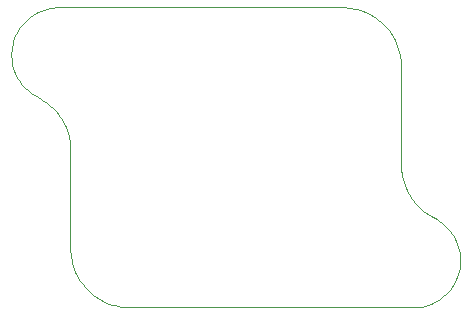
<source format=gko>
G04*
G04 #@! TF.GenerationSoftware,Altium Limited,Altium Designer,19.0.14 (431)*
G04*
G04 Layer_Color=16711935*
%FSLAX25Y25*%
%MOIN*%
G70*
G01*
G75*
%ADD39C,0.00079*%
D39*
X159134Y32931D02*
X160138Y32963D01*
X161138Y33059D01*
X162130Y33219D01*
X163110Y33441D01*
X164073Y33726D01*
X165016Y34071D01*
X165936Y34476D01*
X166828Y34938D01*
X167688Y35457D01*
X168514Y36029D01*
X169301Y36653D01*
X170047Y37326D01*
X170749Y38045D01*
X171404Y38807D01*
X172008Y39610D01*
X172560Y40449D01*
X173058Y41322D01*
X173498Y42224D01*
X173881Y43153D01*
X174203Y44105D01*
X174464Y45075D01*
X174663Y46060D01*
X174798Y47055D01*
X174870Y48057D01*
X174877Y49062D01*
X174821Y50065D01*
X174700Y51063D01*
X174517Y52050D01*
X174270Y53024D01*
X173963Y53980D01*
X173594Y54915D01*
X173167Y55825D01*
X172683Y56705D01*
X172144Y57552D01*
X171552Y58364D01*
X170909Y59136D01*
X170218Y59865D01*
X169482Y60549D01*
X168704Y61185D01*
X167887Y61770D01*
X167035Y62301D01*
X155197Y80507D02*
X155221Y79527D01*
X155294Y78550D01*
X155416Y77578D01*
X155586Y76613D01*
X155803Y75658D01*
X156068Y74715D01*
X156379Y73786D01*
X156737Y72874D01*
X157139Y71981D01*
X157585Y71109D01*
X158074Y70260D01*
X158605Y69436D01*
X159176Y68640D01*
X159785Y67873D01*
X160433Y67138D01*
X161116Y66436D01*
X161833Y65768D01*
X162582Y65137D01*
X163362Y64544D01*
X164171Y63991D01*
X165006Y63478D01*
X155197Y113246D02*
X155172Y114243D01*
X155096Y115237D01*
X154970Y116227D01*
X154794Y117208D01*
X154569Y118180D01*
X154294Y119139D01*
X153972Y120083D01*
X153602Y121009D01*
X153185Y121915D01*
X152723Y122799D01*
X152217Y123659D01*
X151669Y124491D01*
X151078Y125295D01*
X150448Y126068D01*
X149779Y126808D01*
X149074Y127513D01*
X148334Y128182D01*
X147561Y128812D01*
X146757Y129403D01*
X145924Y129952D01*
X145065Y130457D01*
X144181Y130919D01*
X143275Y131336D01*
X142349Y131706D01*
X141405Y132028D01*
X140446Y132302D01*
X139474Y132528D01*
X138493Y132704D01*
X137503Y132830D01*
X136509Y132906D01*
X135512Y132931D01*
X41024D02*
X40020Y132899D01*
X39020Y132803D01*
X38028Y132643D01*
X37048Y132421D01*
X36084Y132136D01*
X35141Y131791D01*
X34222Y131386D01*
X33330Y130923D01*
X32469Y130405D01*
X31644Y129833D01*
X30856Y129209D01*
X30110Y128536D01*
X29408Y127817D01*
X28754Y127055D01*
X28149Y126252D01*
X27597Y125413D01*
X27100Y124540D01*
X26659Y123637D01*
X26277Y122708D01*
X25954Y121757D01*
X25694Y120787D01*
X25495Y119802D01*
X25359Y118806D01*
X25288Y117804D01*
X25280Y116800D01*
X25337Y115797D01*
X25457Y114799D01*
X25641Y113812D01*
X25887Y112838D01*
X26195Y111881D01*
X26563Y110947D01*
X26990Y110037D01*
X27474Y109157D01*
X28014Y108309D01*
X28606Y107498D01*
X29249Y106726D01*
X29939Y105996D01*
X30675Y105312D01*
X31453Y104677D01*
X32270Y104092D01*
X33123Y103560D01*
X44961Y85355D02*
X44936Y86335D01*
X44863Y87311D01*
X44742Y88283D01*
X44572Y89248D01*
X44354Y90203D01*
X44089Y91147D01*
X43778Y92076D01*
X43421Y92988D01*
X43018Y93881D01*
X42572Y94753D01*
X42083Y95602D01*
X41553Y96426D01*
X40982Y97222D01*
X40372Y97988D01*
X39725Y98724D01*
X39042Y99426D01*
X38325Y100094D01*
X37575Y100725D01*
X36795Y101318D01*
X35987Y101871D01*
X35152Y102383D01*
X44961Y52616D02*
X44986Y51619D01*
X45062Y50625D01*
X45188Y49635D01*
X45364Y48653D01*
X45589Y47682D01*
X45863Y46723D01*
X46186Y45779D01*
X46556Y44853D01*
X46972Y43947D01*
X47434Y43063D01*
X47940Y42203D01*
X48489Y41370D01*
X49079Y40567D01*
X49709Y39794D01*
X50378Y39054D01*
X51083Y38348D01*
X51823Y37680D01*
X52596Y37049D01*
X53400Y36459D01*
X54233Y35910D01*
X55093Y35404D01*
X55976Y34943D01*
X56883Y34526D01*
X57809Y34156D01*
X58753Y33834D01*
X59712Y33559D01*
X60683Y33334D01*
X61665Y33158D01*
X62654Y33032D01*
X63649Y32956D01*
X64646Y32931D01*
X165006Y63478D02*
X167035Y62301D01*
X155197Y80507D02*
Y113246D01*
X41024Y132931D02*
X135512D01*
X33123Y103560D02*
X35152Y102383D01*
X44961Y52616D02*
Y85355D01*
X64646Y32931D02*
X159134D01*
M02*

</source>
